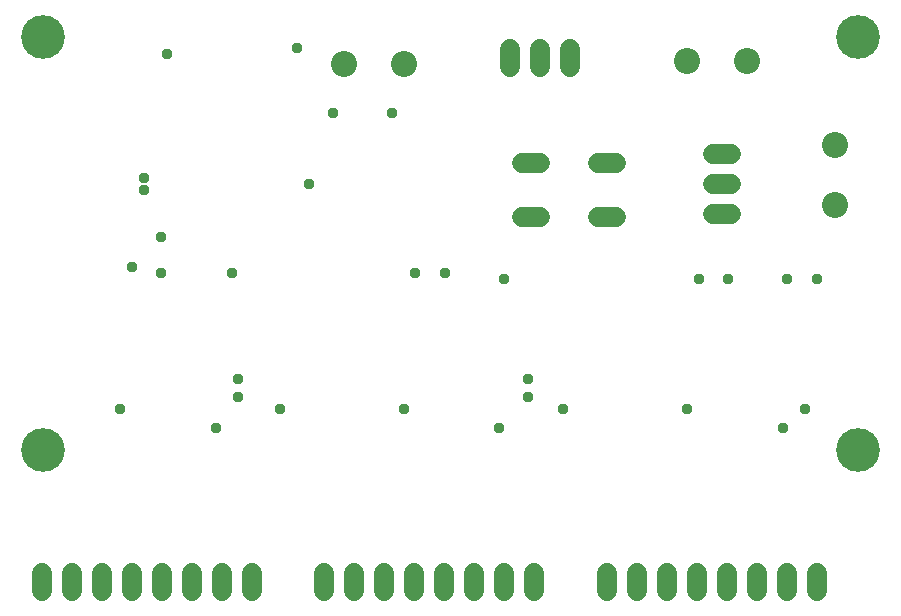
<source format=gbr>
G04 EAGLE Gerber RS-274X export*
G75*
%MOMM*%
%FSLAX34Y34*%
%LPD*%
%INSoldermask Bottom*%
%IPPOS*%
%AMOC8*
5,1,8,0,0,1.08239X$1,22.5*%
G01*
%ADD10C,3.703200*%
%ADD11C,1.727200*%
%ADD12C,2.203200*%
%ADD13C,0.959600*%


D10*
X30000Y140000D03*
X30000Y490000D03*
X720000Y140000D03*
X720000Y490000D03*
D11*
X475700Y479520D02*
X475700Y464280D01*
X450300Y464280D02*
X450300Y479520D01*
X424900Y479520D02*
X424900Y464280D01*
X28500Y35720D02*
X28500Y20480D01*
X53900Y20480D02*
X53900Y35720D01*
X79300Y35720D02*
X79300Y20480D01*
X104700Y20480D02*
X104700Y35720D01*
X130100Y35720D02*
X130100Y20480D01*
X155500Y20480D02*
X155500Y35720D01*
X180900Y35720D02*
X180900Y20480D01*
X206300Y20480D02*
X206300Y35720D01*
X267900Y35720D02*
X267900Y20480D01*
X293300Y20480D02*
X293300Y35720D01*
X318700Y35720D02*
X318700Y20480D01*
X344100Y20480D02*
X344100Y35720D01*
X369500Y35720D02*
X369500Y20480D01*
X394900Y20480D02*
X394900Y35720D01*
X420300Y35720D02*
X420300Y20480D01*
X445700Y20480D02*
X445700Y35720D01*
X507300Y35720D02*
X507300Y20480D01*
X532700Y20480D02*
X532700Y35720D01*
X558100Y35720D02*
X558100Y20480D01*
X583500Y20480D02*
X583500Y35720D01*
X608900Y35720D02*
X608900Y20480D01*
X634300Y20480D02*
X634300Y35720D01*
X659700Y35720D02*
X659700Y20480D01*
X685100Y20480D02*
X685100Y35720D01*
D12*
X335411Y467050D03*
X284611Y467050D03*
X699850Y347789D03*
X699850Y398589D03*
X625611Y469350D03*
X574811Y469350D03*
D11*
X597380Y390400D02*
X612620Y390400D01*
X612620Y365000D02*
X597380Y365000D01*
X597380Y339600D02*
X612620Y339600D01*
X450108Y382606D02*
X434868Y382606D01*
X434868Y337394D02*
X450108Y337394D01*
X499892Y382606D02*
X515132Y382606D01*
X515132Y337394D02*
X499892Y337394D01*
D13*
X176000Y159000D03*
X416000Y159000D03*
X656000Y159000D03*
X440000Y185000D03*
X370000Y290000D03*
X195000Y185000D03*
X130000Y290000D03*
X610000Y285000D03*
X245000Y480000D03*
X95000Y175000D03*
X335000Y175000D03*
X575000Y175000D03*
X230000Y175000D03*
X470000Y175000D03*
X675000Y175000D03*
X135000Y475000D03*
X685000Y285000D03*
X195000Y200000D03*
X345000Y290000D03*
X440000Y200000D03*
X585000Y285000D03*
X190000Y290000D03*
X420000Y285000D03*
X660000Y285000D03*
X255000Y365000D03*
X115000Y370000D03*
X275000Y425000D03*
X105000Y295000D03*
X130000Y320000D03*
X115000Y360000D03*
X325000Y425000D03*
M02*

</source>
